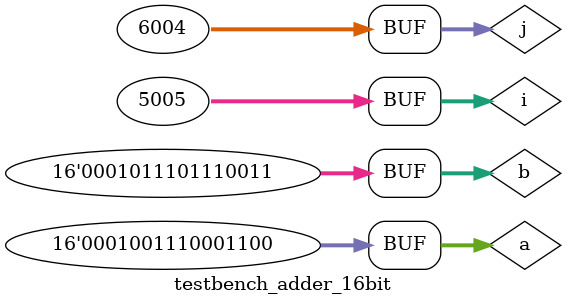
<source format=v>
module or_gate(y,a,b);
	input a,b;
	output y;
	wire x,z;
	nand(x,a,a);
	nand(z,b,b);
	nand(y,x,z);
endmodule

module and_gate(y,a,b);
	output y;
	input a,b;
	wire x;
	nand(x,a,b);
	nand(y,x,x);
endmodule

module xor_gate(y,a,b);
	input a,b;
	output y;
	wire z,x,w;
	nand(x,a,b);
	nand(w,a,x);
	nand(z,x,b);
	nand(y,w,z);
endmodule

module fulladder(s,c_out,a,b,c);
	input a,b,c;
	output s, c_out;
	wire x,y,z;
	xor_gate x1(x,a,b);
	xor_gate x2(s,x,c);
	and_gate a1(z,x,c);
	and_gate a2(y,a,b);
	or_gate o1(c_out,y,z);
endmodule	

module adder_4bit(y,a,b);
	output [3:0]y;
	input [3:0]a,b;
	wire [3:0]c;
	fulladder f1(y[0],c[0],a[0],b[0],1'b0);
	fulladder f2(y[1],c[1],a[1],b[1],c[0]);
	fulladder f3(y[2],c[2],a[2],b[2],c[1]);
	fulladder f4(y[3],c[3],a[3],b[3],c[2]);
endmodule	

module adder_16bit(y,a,b);
	output [15:0]y;
	input [15:0]a,b;
	wire [15:0]c;
	fulladder f1(y[0],c[0],a[0],b[0],1'b0);
	fulladder f2(y[1],c[1],a[1],b[1],c[0]);
	fulladder f3(y[2],c[2],a[2],b[2],c[1]);
	fulladder f4(y[3],c[3],a[3],b[3],c[2]);

	fulladder f5(y[4],c[4],a[4],b[4],c[3]);
	fulladder f6(y[5],c[5],a[5],b[5],c[4]);
	fulladder f7(y[6],c[6],a[6],b[6],c[5]);
	fulladder f8(y[7],c[7],a[7],b[7],c[6]);

	fulladder f9(y[8],c[8],a[8],b[8],c[7]);
	fulladder f10(y[9],c[9],a[9],b[9],c[8]);
	fulladder f11(y[10],c[10],a[10],b[10],c[9]);
	fulladder f12(y[11],c[11],a[11],b[11],c[10]);

	fulladder f13(y[12],c[12],a[12],b[12],c[11]);
	fulladder f14(y[13],c[13],a[13],b[13],c[12]);
	fulladder f15(y[14],c[14],a[14],b[14],c[13]);
	fulladder f16(y[15],c[15],a[15],b[15],c[14]);
endmodule	

module testbench_adder_16bit();
	wire [15:0]y;
	reg [15:0]a,b;
	integer i,j;
	adder_16bit a16(y,a,b);
	initial
		begin
			for(i=5000;i<5005;i=i+1)
				for(j=6000;j<6004;j=j+1)
					begin
						$monitor("a = %b, b = %b, y=%b",a,b,y);
						a=i;
						b=j; #1;
					end	
		end
endmodule		

</source>
